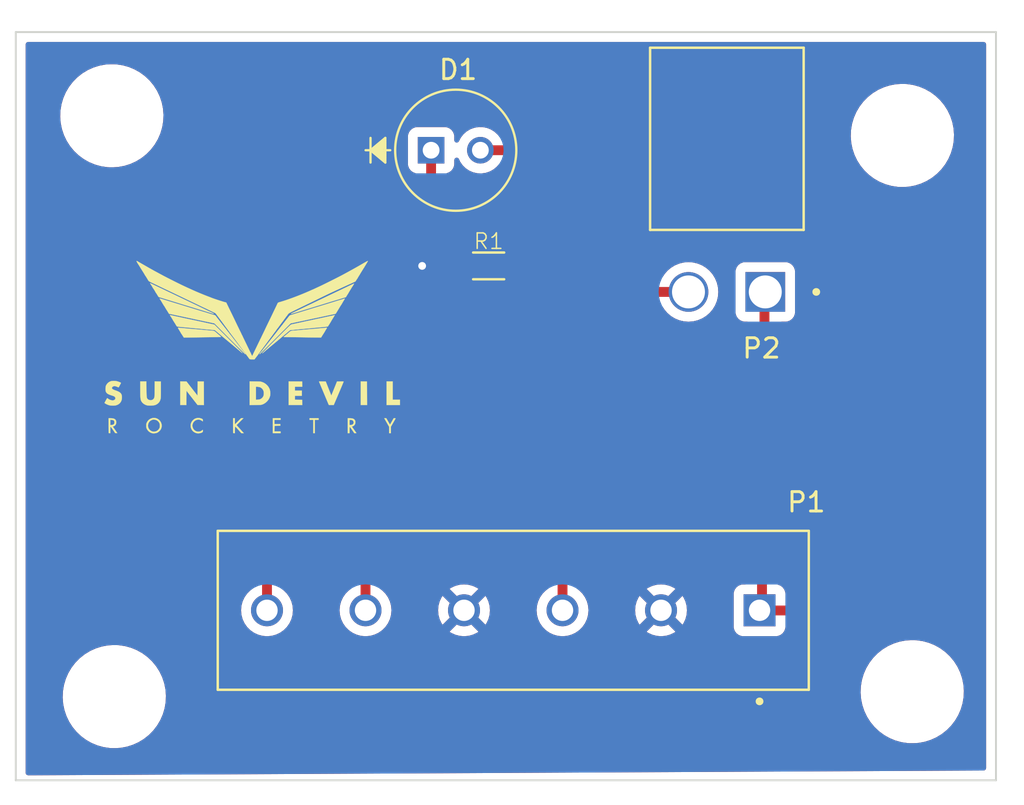
<source format=kicad_pcb>
(kicad_pcb (version 20211014) (generator pcbnew)
  (layers (0 "F.Cu" signal) (31 "B.Cu" signal) (34 "B.Paste" user) (35 "F.Paste" user) (36 "B.SilkS" user "B.Silkscreen") (37 "F.SilkS" user "F.Silkscreen") (38 "B.Mask" user) (39 "F.Mask" user) (44 "Edge.Cuts" user))
  (net 0 "")
  (net 1 "12V")
  (net 2 "Earth")
  (net 3 "Motor+")
  (net 4 "Motor-")
  (net 5 "Net-(D1-Pad1)")
  (footprint "Rotisserie-Chicken:RES_0603" (layer "F.Cu") (at 100.838 75.565)
    (fp_text reference "R1" (at 0 -1.27) (layer "F.SilkS") (effects (font (size 0.8 0.8) (thickness 0.0762))))
    (fp_text value "220")
    (pad "1" smd rect (at -0.79 0) (size 0.94 1.02) (layers "F.Cu" "F.Paste" "F.Mask") (net 2 "Earth"))
    (pad "2" smd rect (at 0.79 0) (size 0.94 1.02) (layers "F.Cu" "F.Paste" "F.Mask") (net 5 "Net-(D1-Pad1)"))
  )
  (footprint "Rotisserie-Chicken:282837-6" (layer "F.Cu") (at 102.108 93.3365 180)
    (fp_text reference "P1" (at -15.113 5.5795) (layer "F.SilkS"))
    (fp_text value "282837-6")
    (pad "1" thru_hole rect (at -12.7 0 180) (size 1.65 1.65) (drill 1.1) (layers *.Cu *.Mask) (net 1 "12V"))
    (pad "2" thru_hole circle (at -7.62 0 180) (size 1.65 1.65) (drill 1.1) (layers *.Cu *.Mask) (net 2 "Earth"))
    (pad "3" thru_hole circle (at -2.54 0 180) (size 1.65 1.65) (drill 1.1) (layers *.Cu *.Mask) (net 1 "12V"))
    (pad "4" thru_hole circle (at 2.54 0 180) (size 1.65 1.65) (drill 1.1) (layers *.Cu *.Mask) (net 2 "Earth"))
    (pad "5" thru_hole circle (at 7.62 0 180) (size 1.65 1.65) (drill 1.1) (layers *.Cu *.Mask) (net 3 "Motor+"))
    (pad "6" thru_hole circle (at 12.7 0 180) (size 1.65 1.65) (drill 1.1) (layers *.Cu *.Mask) (net 4 "Motor-"))
  )
  (footprint "Rotisserie-Chicken:MountingHole_4.3mm_M4_DIN965" (layer "F.Cu") (at 122.682 97.536)
    (fp_text reference "H4" hide)
    (fp_text value "Mounting-Hole")
    (pad "" np_thru_hole circle (at 0 0) (size 4.3 4.3) (drill 4.3) (layers *.Cu *.Mask))
  )
  (footprint "Rotisserie-Chicken:Logo" (layer "F.Cu") (at 88.634357 79.493005)
    (fp_text reference "LOGO1" hide)
    (fp_text value "Logo" hide)
  )
  (footprint "Rotisserie-Chicken:MountingHole_4.3mm_M4_DIN965" (layer "F.Cu") (at 122.174 68.834)
    (fp_text reference "H2" hide)
    (fp_text value "Mounting-Hole")
    (pad "" np_thru_hole circle (at 0 0) (size 4.3 4.3) (drill 4.3) (layers *.Cu *.Mask))
  )
  (footprint "Rotisserie-Chicken:LED" (layer "F.Cu") (at 97.871 69.596)
    (fp_text reference "D1" (at 1.39 -4.15) (layer "F.SilkS"))
    (fp_text value "LED_HLMP-C_A_BRA" hide)
    (pad "1" thru_hole rect (at 0 0) (size 1.3716 1.3716) (drill 0.8636) (layers *.Cu *.Mask) (net 5 "Net-(D1-Pad1)"))
    (pad "2" thru_hole circle (at 2.54 0) (size 1.3716 1.3716) (drill 0.8636) (layers *.Cu *.Mask) (net 1 "12V"))
  )
  (footprint "Rotisserie-Chicken:MountingHole_4.3mm_M4_DIN965" (layer "F.Cu") (at 81.534 97.79)
    (fp_text reference "H1" hide)
    (fp_text value "Mounting-Hole")
    (pad "" np_thru_hole circle (at 0 0) (size 4.3 4.3) (drill 4.3) (layers *.Cu *.Mask))
  )
  (footprint "Rotisserie-Chicken:647676-2" (layer "F.Cu") (at 115.1035 76.9075 180)
    (fp_text reference "P2" (at 0.195 -2.91) (layer "F.SilkS"))
    (fp_text value "647676-2")
    (pad "1" thru_hole rect (at 0 0 180) (size 2.05 2.05) (drill 1.7) (layers *.Cu *.Mask) (net 3 "Motor+"))
    (pad "2" thru_hole circle (at 3.96 0 180) (size 2.05 2.05) (drill 1.7) (layers *.Cu *.Mask) (net 4 "Motor-"))
  )
  (footprint "Rotisserie-Chicken:MountingHole_4.3mm_M4_DIN965" (layer "F.Cu") (at 81.407 67.818)
    (fp_text reference "H3" hide)
    (fp_text value "Mounting-Hole")
    (pad "" np_thru_hole circle (at 0 0) (size 4.3 4.3) (drill 4.3) (layers *.Cu *.Mask))
  )
  (gr_line (start 76.454 63.5) (end 127 63.5) (layer "Edge.Cuts") (width 0.1))
  (gr_line (start 127 63.5) (end 127 102.108) (layer "Edge.Cuts") (width 0.1))
  (gr_line (start 76.454 102.108) (end 76.454 63.5) (layer "Edge.Cuts") (width 0.1))
  (gr_line (start 127 102.108) (end 76.454 102.108) (layer "Edge.Cuts") (width 0.1))
  (segment (start 118.618 74.549) (end 118.618 91.948) (width 0.508) (layer "F.Cu") (net 1))
  (segment (start 100.411 69.596) (end 113.665 69.596) (width 0.508) (layer "F.Cu") (net 1))
  (segment (start 113.665 69.596) (end 118.618 74.549) (width 0.508) (layer "F.Cu") (net 1))
  (segment (start 113.919 90.17) (end 114.935 91.186) (width 0.508) (layer "F.Cu") (net 1))
  (segment (start 104.648 91.44) (end 105.918 90.17) (width 0.508) (layer "F.Cu") (net 1))
  (segment (start 114.935 91.186) (end 114.935 93.345) (width 0.508) (layer "F.Cu") (net 1))
  (segment (start 105.918 90.17) (end 113.919 90.17) (width 0.508) (layer "F.Cu") (net 1))
  (segment (start 118.618 91.948) (end 117.221 93.345) (width 0.508) (layer "F.Cu") (net 1))
  (segment (start 117.221 93.345) (end 114.554 93.345) (width 0.508) (layer "F.Cu") (net 1))
  (segment (start 104.648 93.3365) (end 104.648 91.44) (width 0.508) (layer "F.Cu") (net 1))
  (segment (start 100.048 75.565) (end 97.409 75.565) (width 0.508) (layer "F.Cu") (net 2))
  (via (at 97.409 75.565) (size 0.8) (drill 0.4) (layers "F.Cu" "B.Cu") (net 2))
  (segment (start 94.488 93.3365) (end 94.488 89.789) (width 0.508) (layer "F.Cu") (net 3))
  (segment (start 103.378 80.899) (end 114.427 80.899) (width 0.508) (layer "F.Cu") (net 3))
  (segment (start 114.427 80.899) (end 115.062 80.264) (width 0.508) (layer "F.Cu") (net 3))
  (segment (start 94.488 89.789) (end 103.378 80.899) (width 0.508) (layer "F.Cu") (net 3))
  (segment (start 115.062 80.264) (end 115.062 77.216) (width 0.508) (layer "F.Cu") (net 3))
  (segment (start 89.408 89.408) (end 89.408 93.472) (width 0.508) (layer "F.Cu") (net 4))
  (segment (start 111.1435 76.9075) (end 101.9085 76.9075) (width 0.508) (layer "F.Cu") (net 4))
  (segment (start 101.9085 76.9075) (end 89.408 89.408) (width 0.508) (layer "F.Cu") (net 4))
  (segment (start 97.871 69.596) (end 97.871 71.709) (width 0.508) (layer "F.Cu") (net 5))
  (segment (start 97.871 71.709) (end 99.06 72.898) (width 0.508) (layer "F.Cu") (net 5))
  (segment (start 99.06 72.898) (end 100.838 72.898) (width 0.508) (layer "F.Cu") (net 5))
  (segment (start 101.6 73.66) (end 101.6 75.438) (width 0.508) (layer "F.Cu") (net 5))
  (segment (start 100.838 72.898) (end 101.6 73.66) (width 0.508) (layer "F.Cu") (net 5))
  (zone (net 2) (net_name "Earth") (layers F&B.Cu) (connect_pads (clearance 0.508)) (min_thickness 0.254) (fill yes (thermal_gap 0.508) (thermal_bridge_width 0.508))
    (polygon (pts (xy 127 63.5) (xy 126.873 102.108) (xy 76.454 102.235) (xy 76.454 63.373)))
  )
)
</source>
